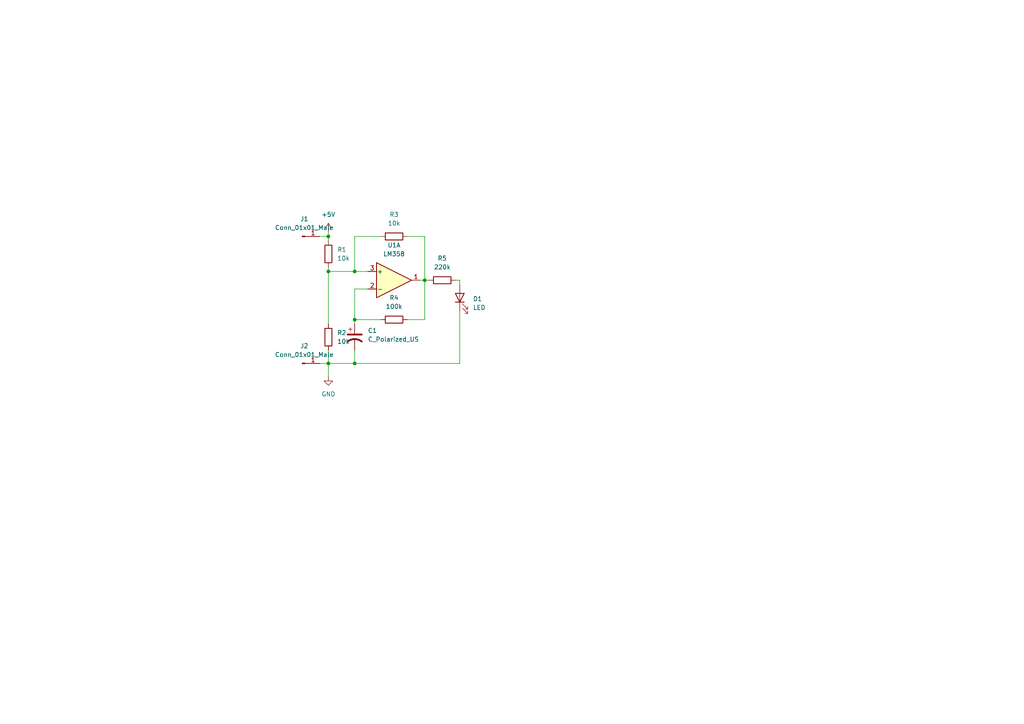
<source format=kicad_sch>
(kicad_sch (version 20211123) (generator eeschema)
  (paper "A4")
  (lib_symbols
    (symbol "Amplifier_Operational:LM358" (pin_names (offset 0.127))
      (property "Reference" "U" (at 0 5.08 0))
      (property "Value" "LM358" (at 0 -5.08 0))
      (symbol "LM358_1_1"
        (polyline (pts (xy -5.08 5.08) (xy 5.08 0) (xy -5.08 -5.08) (xy -5.08 5.08)) (stroke (width 0.254)) (fill (type background)))
        (pin output line (at 7.62 0 180) (length 2.54) (name "~") (number "1"))
        (pin input line (at -7.62 -2.54 0) (length 2.54) (name "-") (number "2"))
        (pin input line (at -7.62 2.54 0) (length 2.54) (name "+") (number "3"))
      )
      (symbol "LM358_2_1"
        (polyline (pts (xy -5.08 5.08) (xy 5.08 0) (xy -5.08 -5.08) (xy -5.08 5.08)) (stroke (width 0.254)) (fill (type background)))
        (pin input line (at -7.62 2.54 0) (length 2.54) (name "+") (number "5"))
        (pin input line (at -7.62 -2.54 0) (length 2.54) (name "-") (number "6"))
        (pin output line (at 7.62 0 180) (length 2.54) (name "~") (number "7"))
      )
      (symbol "LM358_3_1"
        (pin power_in line (at -2.54 -7.62 90) (length 3.81) (name "V-") (number "4"))
        (pin power_in line (at -2.54 7.62 270) (length 3.81) (name "V+") (number "8"))
      )
    )
    (symbol "Connector:Conn_01x01_Male" (pin_names (offset 1.016) hide)
      (property "Reference" "J" (at 0 2.54 0))
      (property "Value" "Conn_01x01_Male" (at 0 -2.54 0))
      (symbol "Conn_01x01_Male_1_1"
        (polyline (pts (xy 1.27 0) (xy 0.8636 0)) (stroke (width 0.1524)))
        (rectangle (start 0.8636 0.127) (end 0 -0.127) (stroke (width 0.1524)) (fill (type outline)))
        (pin passive line (at 5.08 0 180) (length 3.81) (name "Pin_1") (number "1"))
      )
    )
    (symbol "Device:C_Polarized_US" (pin_numbers hide) (pin_names (offset 0.254) hide)
      (property "Reference" "C" (at 0.635 2.54 0))
      (property "Value" "C_Polarized_US" (at 0.635 -2.54 0))
      (symbol "C_Polarized_US_0_1"
        (polyline (pts (xy -2.032 0.762) (xy 2.032 0.762)) (stroke (width 0.508)))
        (polyline (pts (xy -1.778 2.286) (xy -0.762 2.286)))
        (polyline (pts (xy -1.27 1.778) (xy -1.27 2.794)))
        (arc (start 2.032 -1.27) (mid 0 -0.5572) (end -2.032 -1.27) (stroke (width 0.508)))
      )
      (symbol "C_Polarized_US_1_1"
        (pin passive line (at 0 3.81 270) (length 2.794) (name "~") (number "1"))
        (pin passive line (at 0 -3.81 90) (length 3.302) (name "~") (number "2"))
      )
    )
    (symbol "Device:LED" (pin_numbers hide) (pin_names (offset 1.016) hide)
      (property "Reference" "D" (at 0 2.54 0))
      (property "Value" "LED" (at 0 -2.54 0))
      (symbol "LED_0_1"
        (polyline (pts (xy -1.27 -1.27) (xy -1.27 1.27)) (stroke (width 0.254)))
        (polyline (pts (xy -1.27 0) (xy 1.27 0)))
        (polyline (pts (xy 1.27 -1.27) (xy 1.27 1.27) (xy -1.27 0) (xy 1.27 -1.27)) (stroke (width 0.254)))
        (polyline (pts (xy -3.048 -0.762) (xy -4.572 -2.286) (xy -3.81 -2.286) (xy -4.572 -2.286) (xy -4.572 -1.524)))
        (polyline (pts (xy -1.778 -0.762) (xy -3.302 -2.286) (xy -2.54 -2.286) (xy -3.302 -2.286) (xy -3.302 -1.524)))
      )
      (symbol "LED_1_1"
        (pin passive line (at -3.81 0 0) (length 2.54) (name "K") (number "1"))
        (pin passive line (at 3.81 0 180) (length 2.54) (name "A") (number "2"))
      )
    )
    (symbol "Device:R" (pin_numbers hide) (pin_names (offset 0))
      (property "Reference" "R" (at 2.032 0 90))
      (property "Value" "R" (at 0 0 90))
      (symbol "R_0_1"
        (rectangle (start -1.016 -2.54) (end 1.016 2.54) (stroke (width 0.254)))
      )
      (symbol "R_1_1"
        (pin passive line (at 0 3.81 270) (length 1.27) (name "~") (number "1"))
        (pin passive line (at 0 -3.81 90) (length 1.27) (name "~") (number "2"))
      )
    )
    (symbol "power:+5V" (power) (pin_names (offset 0))
      (property "Value" "+5V" (at 0 3.556 0))
      (symbol "+5V_0_1"
        (polyline (pts (xy -0.762 1.27) (xy 0 2.54)))
        (polyline (pts (xy 0 0) (xy 0 2.54)))
        (polyline (pts (xy 0 2.54) (xy 0.762 1.27)))
      )
      (symbol "+5V_1_1"
        (pin power_in line (at 0 0 90) (length 0) hide (name "+5V") (number "1"))
      )
    )
    (symbol "power:GND" (power) (pin_names (offset 0))
      (property "Value" "GND" (at 0 -3.81 0))
      (symbol "GND_0_1"
        (polyline (pts (xy 0 0) (xy 0 -1.27) (xy 1.27 -1.27) (xy 0 -2.54) (xy -1.27 -1.27) (xy 0 -1.27)))
      )
      (symbol "GND_1_1"
        (pin power_in line (at 0 0 270) (length 0) hide (name "GND") (number "1"))
      )
    )
  )
  (junction (at 123.19 81.28))
  (junction (at 102.87 92.71))
  (junction (at 102.87 105.41))
  (junction (at 95.25 68.58))
  (junction (at 102.87 78.74))
  (junction (at 95.25 105.41))
  (junction (at 95.25 78.74))
  (wire (pts (xy 92.71 105.41) (xy 95.25 105.41)))
  (wire (pts (xy 95.25 67.31) (xy 95.25 68.58)))
  (wire (pts (xy 102.87 93.98) (xy 102.87 92.71)))
  (wire (pts (xy 102.87 105.41) (xy 95.25 105.41)))
  (wire (pts (xy 133.35 90.17) (xy 133.35 105.41)))
  (wire (pts (xy 118.11 68.58) (xy 123.19 68.58)))
  (wire (pts (xy 102.87 78.74) (xy 106.68 78.74)))
  (wire (pts (xy 92.71 68.58) (xy 95.25 68.58)))
  (wire (pts (xy 95.25 78.74) (xy 102.87 78.74)))
  (wire (pts (xy 118.11 92.71) (xy 123.19 92.71)))
  (wire (pts (xy 95.25 68.58) (xy 95.25 69.85)))
  (wire (pts (xy 102.87 92.71) (xy 102.87 83.82)))
  (wire (pts (xy 123.19 68.58) (xy 123.19 81.28)))
  (wire (pts (xy 95.25 78.74) (xy 95.25 93.98)))
  (wire (pts (xy 102.87 92.71) (xy 110.49 92.71)))
  (wire (pts (xy 102.87 101.6) (xy 102.87 105.41)))
  (wire (pts (xy 110.49 68.58) (xy 102.87 68.58)))
  (wire (pts (xy 123.19 81.28) (xy 124.46 81.28)))
  (wire (pts (xy 102.87 68.58) (xy 102.87 78.74)))
  (wire (pts (xy 95.25 105.41) (xy 95.25 109.22)))
  (wire (pts (xy 133.35 105.41) (xy 102.87 105.41)))
  (wire (pts (xy 133.35 81.28) (xy 133.35 82.55)))
  (wire (pts (xy 95.25 101.6) (xy 95.25 105.41)))
  (wire (pts (xy 95.25 77.47) (xy 95.25 78.74)))
  (wire (pts (xy 123.19 92.71) (xy 123.19 81.28)))
  (wire (pts (xy 132.08 81.28) (xy 133.35 81.28)))
  (wire (pts (xy 121.92 81.28) (xy 123.19 81.28)))
  (wire (pts (xy 102.87 83.82) (xy 106.68 83.82)))
  (symbol (lib_id "Device:R") (at 114.3 92.71 90) (unit 1)
    (property "Reference" "R4" (at 114.3 86.36 90))
    (property "Value" "100k" (at 114.3 88.9 90))
    (property "Footprint" "Resistor_THT:R_Axial_DIN0204_L3.6mm_D1.6mm_P2.54mm_Vertical" (effects hide))
  )
  (symbol (lib_id "Connector:Conn_01x01_Male") (at 87.63 68.58 0) (unit 1)
    (property "Reference" "J1" (at 88.265 63.5 0))
    (property "Value" "Conn_01x01_Male" (at 88.265 66.04 0))
    (property "Footprint" "Connector_PinHeader_2.54mm:PinHeader_1x01_P2.54mm_Vertical" (effects hide))
  )
  (symbol (lib_id "Device:R") (at 114.3 68.58 90) (unit 1)
    (property "Reference" "R3" (at 114.3 62.23 90))
    (property "Value" "10k" (at 114.3 64.77 90))
    (property "Footprint" "Resistor_THT:R_Axial_DIN0204_L3.6mm_D1.6mm_P2.54mm_Vertical" (effects hide))
  )
  (symbol (lib_id "Device:LED") (at 133.35 86.36 90) (unit 1)
    (property "Reference" "D1" (at 137.16 86.6774 90) (effects (justify right)))
    (property "Value" "LED" (at 137.16 89.2174 90) (effects (justify right)))
    (property "Footprint" "LED_THT:LED_D5.0mm" (effects hide))
  )
  (symbol (lib_id "Device:R") (at 128.27 81.28 90) (unit 1)
    (property "Reference" "R5" (at 128.27 74.93 90))
    (property "Value" "220k" (at 128.27 77.47 90))
    (property "Footprint" "Resistor_THT:R_Axial_DIN0204_L3.6mm_D1.6mm_P2.54mm_Vertical" (effects hide))
  )
  (symbol (lib_id "Device:R") (at 95.25 97.79 0) (unit 1)
    (property "Reference" "R2" (at 97.79 96.5199 0) (effects (justify left)))
    (property "Value" "10k" (at 97.79 99.0599 0) (effects (justify left)))
    (property "Footprint" "Resistor_THT:R_Axial_DIN0204_L3.6mm_D1.6mm_P2.54mm_Vertical" (effects hide))
  )
  (symbol (lib_id "Amplifier_Operational:LM358") (at 114.3 81.28 0) (unit 1)
    (property "Reference" "U1" (at 114.3 71.12 0))
    (property "Value" "LM358" (at 114.3 73.66 0))
    (property "Footprint" "Package_DIP:DIP-8-16_W7.62mm" (effects hide))
    (property "Datasheet" "http://www.ti.com/lit/ds/symlink/lm2904-n.pdf" (effects hide))
  )
  (symbol (lib_id "power:GND") (at 95.25 109.22 0) (unit 1)
    (property "Reference" "#PWR02" (effects hide))
    (property "Value" "GND" (at 95.25 114.3 0))
  )
  (symbol (lib_id "Device:R") (at 95.25 73.66 0) (unit 1)
    (property "Reference" "R1" (at 97.79 72.3899 0) (effects (justify left)))
    (property "Value" "10k" (at 97.79 74.9299 0) (effects (justify left)))
    (property "Footprint" "Resistor_THT:R_Axial_DIN0204_L3.6mm_D1.6mm_P2.54mm_Vertical" (effects hide))
  )
  (symbol (lib_id "Connector:Conn_01x01_Male") (at 87.63 105.41 0) (unit 1)
    (property "Reference" "J2" (at 88.265 100.33 0))
    (property "Value" "Conn_01x01_Male" (at 88.265 102.87 0))
    (property "Footprint" "Connector_PinHeader_2.54mm:PinHeader_1x01_P2.54mm_Vertical" (effects hide))
  )
  (symbol (lib_id "Device:C_Polarized_US") (at 102.87 97.79 0) (unit 1)
    (property "Reference" "C1" (at 106.68 95.8849 0) (effects (justify left)))
    (property "Value" "C_Polarized_US" (at 106.68 98.4249 0) (effects (justify left)))
    (property "Footprint" "Capacitor_THT:CP_Radial_D4.0mm_P1.50mm" (effects hide))
  )
  (symbol (lib_id "power:+5V") (at 95.25 67.31 0) (unit 1)
    (property "Reference" "#PWR01" (effects hide))
    (property "Value" "+5V" (at 95.25 62.23 0))
  )
)
</source>
